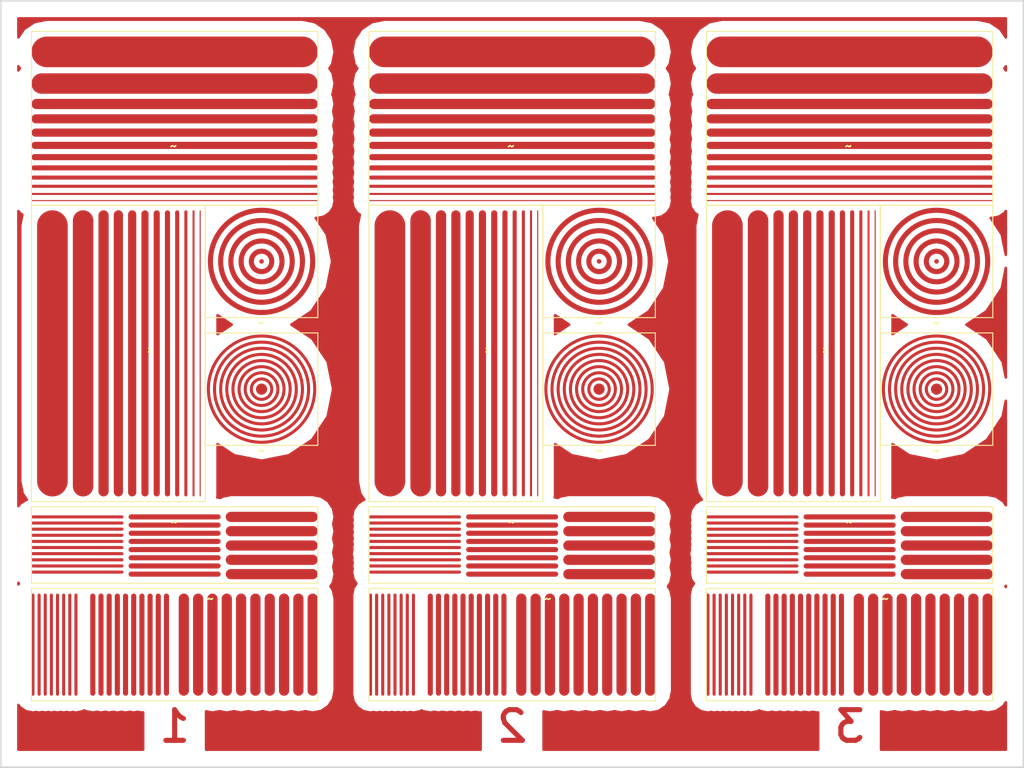
<source format=kicad_pcb>
(kicad_pcb (version 4) (host pcbnew 4.0.7)

  (general
    (links 0)
    (no_connects 0)
    (area 98.424999 67.424999 198.575001 142.575001)
    (thickness 1.6)
    (drawings 7)
    (tracks 0)
    (zones 0)
    (modules 18)
    (nets 1)
  )

  (page A4)
  (title_block
    (title "Measure PCB")
    (date 2017-12-02)
    (rev 2.1)
    (comment 1 "Measure the time for development and exposure")
  )

  (layers
    (0 F.Cu signal)
    (31 B.Cu signal)
    (32 B.Adhes user)
    (33 F.Adhes user)
    (34 B.Paste user)
    (35 F.Paste user)
    (36 B.SilkS user)
    (37 F.SilkS user)
    (38 B.Mask user)
    (39 F.Mask user)
    (40 Dwgs.User user)
    (41 Cmts.User user)
    (42 Eco1.User user)
    (43 Eco2.User user)
    (44 Edge.Cuts user)
    (45 Margin user)
    (46 B.CrtYd user)
    (47 F.CrtYd user)
    (48 B.Fab user)
    (49 F.Fab user)
  )

  (setup
    (last_trace_width 0.25)
    (trace_clearance 0.2)
    (zone_clearance 1.524)
    (zone_45_only no)
    (trace_min 0.2)
    (segment_width 0.1)
    (edge_width 0.15)
    (via_size 0.6)
    (via_drill 0.4)
    (via_min_size 0.4)
    (via_min_drill 0.3)
    (uvia_size 0.3)
    (uvia_drill 0.1)
    (uvias_allowed no)
    (uvia_min_size 0.2)
    (uvia_min_drill 0.1)
    (pcb_text_width 0.3)
    (pcb_text_size 1.5 1.5)
    (mod_edge_width 0.15)
    (mod_text_size 1 1)
    (mod_text_width 0.15)
    (pad_size 1.524 1.524)
    (pad_drill 0.762)
    (pad_to_mask_clearance 0.2)
    (aux_axis_origin 0 0)
    (grid_origin 98.5 67.5)
    (visible_elements 7FFFFFFF)
    (pcbplotparams
      (layerselection 0x00000_00000001)
      (usegerberextensions false)
      (excludeedgelayer true)
      (linewidth 0.020000)
      (plotframeref true)
      (viasonmask false)
      (mode 1)
      (useauxorigin false)
      (hpglpennumber 1)
      (hpglpenspeed 20)
      (hpglpendiameter 15)
      (hpglpenoverlay 2)
      (psnegative false)
      (psa4output false)
      (plotreference true)
      (plotvalue true)
      (plotinvisibletext false)
      (padsonsilk false)
      (subtractmaskfromsilk false)
      (outputformat 4)
      (mirror false)
      (drillshape 2)
      (scaleselection 1)
      (outputdirectory ../../))
  )

  (net 0 "")

  (net_class Default "This is the default net class."
    (clearance 0.2)
    (trace_width 0.25)
    (via_dia 0.6)
    (via_drill 0.4)
    (uvia_dia 0.3)
    (uvia_drill 0.1)
  )

  (module Tester:Fence_Vertical (layer F.Cu) (tedit 5A21E8F6) (tstamp 5A1B30F3)
    (at 181.5 125.5)
    (fp_text reference ~ (at 3.5 0.5) (layer F.SilkS)
      (effects (font (size 1 1) (thickness 0.15)))
    )
    (fp_text value ~ (at 0 -1.5) (layer F.Fab) hide
      (effects (font (size 1 1) (thickness 0.15)))
    )
    (fp_line (start 14 -0.5) (end -14 -0.5) (layer F.SilkS) (width 0.1))
    (fp_line (start 14 10.5) (end 14 -0.5) (layer F.SilkS) (width 0.1))
    (fp_line (start -14 10.5) (end 14 10.5) (layer F.SilkS) (width 0.1))
    (fp_line (start -14 -0.5) (end -14 10.5) (layer F.SilkS) (width 0.1))
    (fp_line (start -13.85 0.15) (end -13.85 9.85) (layer F.Cu) (width 0.3))
    (fp_line (start -13.25 0.15) (end -13.25 9.85) (layer F.Cu) (width 0.3))
    (fp_line (start -12.65 0.15) (end -12.65 9.85) (layer F.Cu) (width 0.3))
    (fp_line (start -12.05 0.15) (end -12.05 9.85) (layer F.Cu) (width 0.3))
    (fp_line (start -11.45 0.15) (end -11.45 9.85) (layer F.Cu) (width 0.3))
    (fp_line (start -10.85 0.15) (end -10.85 9.85) (layer F.Cu) (width 0.3))
    (fp_line (start -8 0.25) (end -8 9.75) (layer F.Cu) (width 0.5))
    (fp_line (start -7.2 0.25) (end -7.2 9.75) (layer F.Cu) (width 0.5))
    (fp_line (start -6.4 0.25) (end -6.4 9.75) (layer F.Cu) (width 0.5))
    (fp_line (start -5.6 0.25) (end -5.6 9.75) (layer F.Cu) (width 0.5))
    (fp_line (start -4.8 0.25) (end -4.8 9.75) (layer F.Cu) (width 0.5))
    (fp_line (start -10.25 0.15) (end -10.25 9.85) (layer F.Cu) (width 0.3))
    (fp_line (start -9.65 0.15) (end -9.65 9.85) (layer F.Cu) (width 0.3))
    (fp_line (start -4 0.25) (end -4 9.75) (layer F.Cu) (width 0.5))
    (fp_line (start -3.2 0.25) (end -3.2 9.75) (layer F.Cu) (width 0.5))
    (fp_line (start -2.4 0.25) (end -2.4 9.75) (layer F.Cu) (width 0.5))
    (fp_line (start 3.7 0.5) (end 3.7 9.5) (layer F.Cu) (width 1))
    (fp_line (start 2.3 0.5) (end 2.3 9.5) (layer F.Cu) (width 1))
    (fp_line (start 5.1 0.5) (end 5.1 9.5) (layer F.Cu) (width 1))
    (fp_line (start 6.5 0.5) (end 6.5 9.5) (layer F.Cu) (width 1))
    (fp_line (start 7.9 0.5) (end 7.9 9.5) (layer F.Cu) (width 1))
    (fp_line (start 9.3 0.5) (end 9.3 9.5) (layer F.Cu) (width 1))
    (fp_line (start 10.7 0.5) (end 10.7 9.5) (layer F.Cu) (width 1))
    (fp_line (start 12.1 0.5) (end 12.1 9.5) (layer F.Cu) (width 1))
    (fp_line (start -1.6 0.25) (end -1.6 9.75) (layer F.Cu) (width 0.5))
    (fp_line (start -0.8 0.25) (end -0.8 9.75) (layer F.Cu) (width 0.5))
    (fp_line (start 13.5 0.5) (end 13.5 9.5) (layer F.Cu) (width 1))
    (fp_line (start 0.9 0.5) (end 0.9 9.5) (layer F.Cu) (width 1))
  )

  (module Tester:Fence_Vertical (layer F.Cu) (tedit 5A21E8F6) (tstamp 5A1B30CE)
    (at 148.5 125.5)
    (fp_text reference ~ (at 3.5 0.5) (layer F.SilkS)
      (effects (font (size 1 1) (thickness 0.15)))
    )
    (fp_text value ~ (at 0 -1.5) (layer F.Fab) hide
      (effects (font (size 1 1) (thickness 0.15)))
    )
    (fp_line (start 14 -0.5) (end -14 -0.5) (layer F.SilkS) (width 0.1))
    (fp_line (start 14 10.5) (end 14 -0.5) (layer F.SilkS) (width 0.1))
    (fp_line (start -14 10.5) (end 14 10.5) (layer F.SilkS) (width 0.1))
    (fp_line (start -14 -0.5) (end -14 10.5) (layer F.SilkS) (width 0.1))
    (fp_line (start -13.85 0.15) (end -13.85 9.85) (layer F.Cu) (width 0.3))
    (fp_line (start -13.25 0.15) (end -13.25 9.85) (layer F.Cu) (width 0.3))
    (fp_line (start -12.65 0.15) (end -12.65 9.85) (layer F.Cu) (width 0.3))
    (fp_line (start -12.05 0.15) (end -12.05 9.85) (layer F.Cu) (width 0.3))
    (fp_line (start -11.45 0.15) (end -11.45 9.85) (layer F.Cu) (width 0.3))
    (fp_line (start -10.85 0.15) (end -10.85 9.85) (layer F.Cu) (width 0.3))
    (fp_line (start -8 0.25) (end -8 9.75) (layer F.Cu) (width 0.5))
    (fp_line (start -7.2 0.25) (end -7.2 9.75) (layer F.Cu) (width 0.5))
    (fp_line (start -6.4 0.25) (end -6.4 9.75) (layer F.Cu) (width 0.5))
    (fp_line (start -5.6 0.25) (end -5.6 9.75) (layer F.Cu) (width 0.5))
    (fp_line (start -4.8 0.25) (end -4.8 9.75) (layer F.Cu) (width 0.5))
    (fp_line (start -10.25 0.15) (end -10.25 9.85) (layer F.Cu) (width 0.3))
    (fp_line (start -9.65 0.15) (end -9.65 9.85) (layer F.Cu) (width 0.3))
    (fp_line (start -4 0.25) (end -4 9.75) (layer F.Cu) (width 0.5))
    (fp_line (start -3.2 0.25) (end -3.2 9.75) (layer F.Cu) (width 0.5))
    (fp_line (start -2.4 0.25) (end -2.4 9.75) (layer F.Cu) (width 0.5))
    (fp_line (start 3.7 0.5) (end 3.7 9.5) (layer F.Cu) (width 1))
    (fp_line (start 2.3 0.5) (end 2.3 9.5) (layer F.Cu) (width 1))
    (fp_line (start 5.1 0.5) (end 5.1 9.5) (layer F.Cu) (width 1))
    (fp_line (start 6.5 0.5) (end 6.5 9.5) (layer F.Cu) (width 1))
    (fp_line (start 7.9 0.5) (end 7.9 9.5) (layer F.Cu) (width 1))
    (fp_line (start 9.3 0.5) (end 9.3 9.5) (layer F.Cu) (width 1))
    (fp_line (start 10.7 0.5) (end 10.7 9.5) (layer F.Cu) (width 1))
    (fp_line (start 12.1 0.5) (end 12.1 9.5) (layer F.Cu) (width 1))
    (fp_line (start -1.6 0.25) (end -1.6 9.75) (layer F.Cu) (width 0.5))
    (fp_line (start -0.8 0.25) (end -0.8 9.75) (layer F.Cu) (width 0.5))
    (fp_line (start 13.5 0.5) (end 13.5 9.5) (layer F.Cu) (width 1))
    (fp_line (start 0.9 0.5) (end 0.9 9.5) (layer F.Cu) (width 1))
  )

  (module Tester:Circles2 (layer F.Cu) (tedit 5A21E953) (tstamp 5A1B303C)
    (at 190 105.5)
    (fp_text reference ~ (at 0 6) (layer F.SilkS)
      (effects (font (size 1 1) (thickness 0.15)))
    )
    (fp_text value ~ (at 0 -6.25) (layer F.Fab) hide
      (effects (font (size 1 1) (thickness 0.15)))
    )
    (fp_line (start 5.5 -5.5) (end -5.5 -5.5) (layer F.SilkS) (width 0.1))
    (fp_line (start 5.5 5.5) (end 5.5 -5.5) (layer F.SilkS) (width 0.1))
    (fp_line (start -5.5 5.5) (end 5.5 5.5) (layer F.SilkS) (width 0.1))
    (fp_line (start -5.5 -5.5) (end -5.5 5.5) (layer F.SilkS) (width 0.1))
    (fp_circle (center 0 0) (end -3.4 0) (layer F.Cu) (width 0.3))
    (fp_circle (center 0 0) (end -0.4 0) (layer F.Cu) (width 0.3))
    (fp_circle (center 0 0) (end -1.6 0) (layer F.Cu) (width 0.3))
    (fp_circle (center 0 0) (end -2.2 0) (layer F.Cu) (width 0.3))
    (fp_circle (center 0 0) (end -1 0) (layer F.Cu) (width 0.3))
    (fp_circle (center 0 0) (end -2.8 0) (layer F.Cu) (width 0.3))
    (fp_circle (center 0 0) (end -4 0) (layer F.Cu) (width 0.3))
    (fp_circle (center 0 0) (end -4.6 0) (layer F.Cu) (width 0.3))
    (fp_circle (center 0 0) (end -5.2 0) (layer F.Cu) (width 0.3))
  )

  (module Tester:Circles2 (layer F.Cu) (tedit 5A21E953) (tstamp 5A1B302C)
    (at 157 105.5)
    (fp_text reference ~ (at 0 6) (layer F.SilkS)
      (effects (font (size 1 1) (thickness 0.15)))
    )
    (fp_text value ~ (at 0 -6.25) (layer F.Fab) hide
      (effects (font (size 1 1) (thickness 0.15)))
    )
    (fp_line (start 5.5 -5.5) (end -5.5 -5.5) (layer F.SilkS) (width 0.1))
    (fp_line (start 5.5 5.5) (end 5.5 -5.5) (layer F.SilkS) (width 0.1))
    (fp_line (start -5.5 5.5) (end 5.5 5.5) (layer F.SilkS) (width 0.1))
    (fp_line (start -5.5 -5.5) (end -5.5 5.5) (layer F.SilkS) (width 0.1))
    (fp_circle (center 0 0) (end -3.4 0) (layer F.Cu) (width 0.3))
    (fp_circle (center 0 0) (end -0.4 0) (layer F.Cu) (width 0.3))
    (fp_circle (center 0 0) (end -1.6 0) (layer F.Cu) (width 0.3))
    (fp_circle (center 0 0) (end -2.2 0) (layer F.Cu) (width 0.3))
    (fp_circle (center 0 0) (end -1 0) (layer F.Cu) (width 0.3))
    (fp_circle (center 0 0) (end -2.8 0) (layer F.Cu) (width 0.3))
    (fp_circle (center 0 0) (end -4 0) (layer F.Cu) (width 0.3))
    (fp_circle (center 0 0) (end -4.6 0) (layer F.Cu) (width 0.3))
    (fp_circle (center 0 0) (end -5.2 0) (layer F.Cu) (width 0.3))
  )

  (module Tester:Circles1 (layer F.Cu) (tedit 5A21E95F) (tstamp 5A1B301F)
    (at 190 93)
    (fp_text reference ~ (at 0 6) (layer F.SilkS)
      (effects (font (size 1 1) (thickness 0.15)))
    )
    (fp_text value ~ (at 0 -6.25) (layer F.Fab) hide
      (effects (font (size 1 1) (thickness 0.15)))
    )
    (fp_line (start 5.5 -5.5) (end 5.5 5.5) (layer F.SilkS) (width 0.1))
    (fp_circle (center 0 0) (end -1 0) (layer F.Cu) (width 0.5))
    (fp_circle (center 0 0) (end -2 0) (layer F.Cu) (width 0.5))
    (fp_circle (center 0 0) (end -4 0) (layer F.Cu) (width 0.5))
    (fp_circle (center 0 0) (end -3 0) (layer F.Cu) (width 0.5))
    (fp_circle (center 0 0) (end -5 0) (layer F.Cu) (width 0.5))
    (fp_line (start -5.5 -5.5) (end -5.5 5.5) (layer F.SilkS) (width 0.1))
    (fp_line (start -5.5 5.5) (end 5.5 5.5) (layer F.SilkS) (width 0.1))
    (fp_line (start -5.5 -5.5) (end 5.5 -5.5) (layer F.SilkS) (width 0.1))
  )

  (module Tester:Bars_Vertical (layer F.Cu) (tedit 5A21E96A) (tstamp 5A1B300B)
    (at 169.5 89.5)
    (fp_text reference ~ (at 9.479947 12.236039 90) (layer F.SilkS)
      (effects (font (size 1 1) (thickness 0.15)))
    )
    (fp_text value ~ (at 6.75 -3.5) (layer F.Fab) hide
      (effects (font (size 1 1) (thickness 0.15)))
    )
    (fp_line (start -2 -2) (end -2 27) (layer F.SilkS) (width 0.1))
    (fp_line (start 0.05 25) (end 0.05 0) (layer F.Cu) (width 3))
    (fp_line (start 3.05 25.5) (end 3.05 -0.5) (layer F.Cu) (width 2))
    (fp_line (start 5.05 26) (end 5.05 -1) (layer F.Cu) (width 1))
    (fp_line (start 6.5 26.05) (end 6.5 -1.05) (layer F.Cu) (width 0.9))
    (fp_line (start 7.85 26.1) (end 7.85 -1.1) (layer F.Cu) (width 0.8))
    (fp_line (start 9.1 26.15) (end 9.1 -1.15) (layer F.Cu) (width 0.7))
    (fp_line (start 10.25 26.2) (end 10.25 -1.2) (layer F.Cu) (width 0.6))
    (fp_line (start 11.3 26.25) (end 11.3 -1.25) (layer F.Cu) (width 0.5))
    (fp_line (start 12.25 26.3) (end 12.25 -1.3) (layer F.Cu) (width 0.4))
    (fp_line (start 13.85 26.4) (end 13.85 -1.4) (layer F.Cu) (width 0.2))
    (fp_line (start 13.1 26.35) (end 13.1 -1.35) (layer F.Cu) (width 0.3))
    (fp_line (start 14.5 26.45) (end 14.5 -1.45) (layer F.Cu) (width 0.1))
    (fp_line (start 15 27) (end -2 27) (layer F.SilkS) (width 0.1))
    (fp_line (start 15 -2) (end 15 27) (layer F.SilkS) (width 0.1))
    (fp_line (start 15 -2) (end -2 -2) (layer F.SilkS) (width 0.1))
  )

  (module Tester:Circles1 (layer F.Cu) (tedit 5A21E95F) (tstamp 5A1B2FFE)
    (at 157 93)
    (fp_text reference ~ (at 0 6) (layer F.SilkS)
      (effects (font (size 1 1) (thickness 0.15)))
    )
    (fp_text value ~ (at 0 -6.25) (layer F.Fab) hide
      (effects (font (size 1 1) (thickness 0.15)))
    )
    (fp_line (start 5.5 -5.5) (end 5.5 5.5) (layer F.SilkS) (width 0.1))
    (fp_circle (center 0 0) (end -1 0) (layer F.Cu) (width 0.5))
    (fp_circle (center 0 0) (end -2 0) (layer F.Cu) (width 0.5))
    (fp_circle (center 0 0) (end -4 0) (layer F.Cu) (width 0.5))
    (fp_circle (center 0 0) (end -3 0) (layer F.Cu) (width 0.5))
    (fp_circle (center 0 0) (end -5 0) (layer F.Cu) (width 0.5))
    (fp_line (start -5.5 -5.5) (end -5.5 5.5) (layer F.SilkS) (width 0.1))
    (fp_line (start -5.5 5.5) (end 5.5 5.5) (layer F.SilkS) (width 0.1))
    (fp_line (start -5.5 -5.5) (end 5.5 -5.5) (layer F.SilkS) (width 0.1))
  )

  (module Tester:Bars_Vertical (layer F.Cu) (tedit 5A21E96A) (tstamp 5A1B2FEA)
    (at 136.5 89.5)
    (fp_text reference ~ (at 9.479947 12.236039 90) (layer F.SilkS)
      (effects (font (size 1 1) (thickness 0.15)))
    )
    (fp_text value ~ (at 6.75 -3.5) (layer F.Fab) hide
      (effects (font (size 1 1) (thickness 0.15)))
    )
    (fp_line (start -2 -2) (end -2 27) (layer F.SilkS) (width 0.1))
    (fp_line (start 0.05 25) (end 0.05 0) (layer F.Cu) (width 3))
    (fp_line (start 3.05 25.5) (end 3.05 -0.5) (layer F.Cu) (width 2))
    (fp_line (start 5.05 26) (end 5.05 -1) (layer F.Cu) (width 1))
    (fp_line (start 6.5 26.05) (end 6.5 -1.05) (layer F.Cu) (width 0.9))
    (fp_line (start 7.85 26.1) (end 7.85 -1.1) (layer F.Cu) (width 0.8))
    (fp_line (start 9.1 26.15) (end 9.1 -1.15) (layer F.Cu) (width 0.7))
    (fp_line (start 10.25 26.2) (end 10.25 -1.2) (layer F.Cu) (width 0.6))
    (fp_line (start 11.3 26.25) (end 11.3 -1.25) (layer F.Cu) (width 0.5))
    (fp_line (start 12.25 26.3) (end 12.25 -1.3) (layer F.Cu) (width 0.4))
    (fp_line (start 13.85 26.4) (end 13.85 -1.4) (layer F.Cu) (width 0.2))
    (fp_line (start 13.1 26.35) (end 13.1 -1.35) (layer F.Cu) (width 0.3))
    (fp_line (start 14.5 26.45) (end 14.5 -1.45) (layer F.Cu) (width 0.1))
    (fp_line (start 15 27) (end -2 27) (layer F.SilkS) (width 0.1))
    (fp_line (start 15 -2) (end 15 27) (layer F.SilkS) (width 0.1))
    (fp_line (start 15 -2) (end -2 -2) (layer F.SilkS) (width 0.1))
  )

  (module Tester:Bars_Horizontal (layer F.Cu) (tedit 5A21E973) (tstamp 5A1B2E84)
    (at 181.5 72.5)
    (fp_text reference ~ (at -0.1 9.2) (layer F.SilkS)
      (effects (font (size 1 1) (thickness 0.15)))
    )
    (fp_text value ~ (at -0.05 -3.5) (layer F.Fab) hide
      (effects (font (size 1 1) (thickness 0.15)))
    )
    (fp_line (start -14 15) (end 14 15) (layer F.SilkS) (width 0.1))
    (fp_line (start -14 -2) (end 14 -2) (layer F.SilkS) (width 0.1))
    (fp_line (start 14 -2) (end 14 15) (layer F.SilkS) (width 0.1))
    (fp_line (start -12.5 0) (end 12.5 0) (layer F.Cu) (width 3))
    (fp_line (start -13 3.1) (end 13 3.1) (layer F.Cu) (width 2))
    (fp_line (start -13.5 5.1) (end 13.5 5.1) (layer F.Cu) (width 1))
    (fp_line (start -13.55 6.55) (end 13.55 6.55) (layer F.Cu) (width 0.9))
    (fp_line (start -13.6 7.9) (end 13.6 7.9) (layer F.Cu) (width 0.8))
    (fp_line (start -13.65 9.15) (end 13.65 9.15) (layer F.Cu) (width 0.7))
    (fp_line (start -13.7 10.3) (end 13.7 10.3) (layer F.Cu) (width 0.6))
    (fp_line (start -13.75 11.35) (end 13.75 11.35) (layer F.Cu) (width 0.5))
    (fp_line (start -13.8 12.3) (end 13.8 12.3) (layer F.Cu) (width 0.4))
    (fp_line (start -13.9 13.9) (end 13.9 13.9) (layer F.Cu) (width 0.2))
    (fp_line (start -13.85 13.15) (end 13.85 13.15) (layer F.Cu) (width 0.3))
    (fp_line (start -13.95 14.55) (end 13.95 14.55) (layer F.Cu) (width 0.1))
    (fp_line (start -14 -2) (end -14 15) (layer F.SilkS) (width 0.1))
  )

  (module Tester:Bars_Horizontal (layer F.Cu) (tedit 5A21E973) (tstamp 5A1B2E71)
    (at 148.5 72.5)
    (fp_text reference ~ (at -0.1 9.2) (layer F.SilkS)
      (effects (font (size 1 1) (thickness 0.15)))
    )
    (fp_text value ~ (at -0.05 -3.5) (layer F.Fab) hide
      (effects (font (size 1 1) (thickness 0.15)))
    )
    (fp_line (start -14 15) (end 14 15) (layer F.SilkS) (width 0.1))
    (fp_line (start -14 -2) (end 14 -2) (layer F.SilkS) (width 0.1))
    (fp_line (start 14 -2) (end 14 15) (layer F.SilkS) (width 0.1))
    (fp_line (start -12.5 0) (end 12.5 0) (layer F.Cu) (width 3))
    (fp_line (start -13 3.1) (end 13 3.1) (layer F.Cu) (width 2))
    (fp_line (start -13.5 5.1) (end 13.5 5.1) (layer F.Cu) (width 1))
    (fp_line (start -13.55 6.55) (end 13.55 6.55) (layer F.Cu) (width 0.9))
    (fp_line (start -13.6 7.9) (end 13.6 7.9) (layer F.Cu) (width 0.8))
    (fp_line (start -13.65 9.15) (end 13.65 9.15) (layer F.Cu) (width 0.7))
    (fp_line (start -13.7 10.3) (end 13.7 10.3) (layer F.Cu) (width 0.6))
    (fp_line (start -13.75 11.35) (end 13.75 11.35) (layer F.Cu) (width 0.5))
    (fp_line (start -13.8 12.3) (end 13.8 12.3) (layer F.Cu) (width 0.4))
    (fp_line (start -13.9 13.9) (end 13.9 13.9) (layer F.Cu) (width 0.2))
    (fp_line (start -13.85 13.15) (end 13.85 13.15) (layer F.Cu) (width 0.3))
    (fp_line (start -13.95 14.55) (end 13.95 14.55) (layer F.Cu) (width 0.1))
    (fp_line (start -14 -2) (end -14 15) (layer F.SilkS) (width 0.1))
  )

  (module Tester:Bars_Horizontal (layer F.Cu) (tedit 5A21E973) (tstamp 5A22B56E)
    (at 115.5 72.5)
    (fp_text reference ~ (at -0.1 9.2) (layer F.SilkS)
      (effects (font (size 1 1) (thickness 0.15)))
    )
    (fp_text value ~ (at -0.05 -3.5) (layer F.Fab) hide
      (effects (font (size 1 1) (thickness 0.15)))
    )
    (fp_line (start -14 15) (end 14 15) (layer F.SilkS) (width 0.1))
    (fp_line (start -14 -2) (end 14 -2) (layer F.SilkS) (width 0.1))
    (fp_line (start 14 -2) (end 14 15) (layer F.SilkS) (width 0.1))
    (fp_line (start -12.5 0) (end 12.5 0) (layer F.Cu) (width 3))
    (fp_line (start -13 3.1) (end 13 3.1) (layer F.Cu) (width 2))
    (fp_line (start -13.5 5.1) (end 13.5 5.1) (layer F.Cu) (width 1))
    (fp_line (start -13.55 6.55) (end 13.55 6.55) (layer F.Cu) (width 0.9))
    (fp_line (start -13.6 7.9) (end 13.6 7.9) (layer F.Cu) (width 0.8))
    (fp_line (start -13.65 9.15) (end 13.65 9.15) (layer F.Cu) (width 0.7))
    (fp_line (start -13.7 10.3) (end 13.7 10.3) (layer F.Cu) (width 0.6))
    (fp_line (start -13.75 11.35) (end 13.75 11.35) (layer F.Cu) (width 0.5))
    (fp_line (start -13.8 12.3) (end 13.8 12.3) (layer F.Cu) (width 0.4))
    (fp_line (start -13.9 13.9) (end 13.9 13.9) (layer F.Cu) (width 0.2))
    (fp_line (start -13.85 13.15) (end 13.85 13.15) (layer F.Cu) (width 0.3))
    (fp_line (start -13.95 14.55) (end 13.95 14.55) (layer F.Cu) (width 0.1))
    (fp_line (start -14 -2) (end -14 15) (layer F.SilkS) (width 0.1))
  )

  (module Tester:Bars_Vertical (layer F.Cu) (tedit 5A21E96A) (tstamp 5A22B85F)
    (at 103.5 89.5)
    (fp_text reference ~ (at 9.479947 12.236039 90) (layer F.SilkS)
      (effects (font (size 1 1) (thickness 0.15)))
    )
    (fp_text value ~ (at 6.75 -3.5) (layer F.Fab) hide
      (effects (font (size 1 1) (thickness 0.15)))
    )
    (fp_line (start -2 -2) (end -2 27) (layer F.SilkS) (width 0.1))
    (fp_line (start 0.05 25) (end 0.05 0) (layer F.Cu) (width 3))
    (fp_line (start 3.05 25.5) (end 3.05 -0.5) (layer F.Cu) (width 2))
    (fp_line (start 5.05 26) (end 5.05 -1) (layer F.Cu) (width 1))
    (fp_line (start 6.5 26.05) (end 6.5 -1.05) (layer F.Cu) (width 0.9))
    (fp_line (start 7.85 26.1) (end 7.85 -1.1) (layer F.Cu) (width 0.8))
    (fp_line (start 9.1 26.15) (end 9.1 -1.15) (layer F.Cu) (width 0.7))
    (fp_line (start 10.25 26.2) (end 10.25 -1.2) (layer F.Cu) (width 0.6))
    (fp_line (start 11.3 26.25) (end 11.3 -1.25) (layer F.Cu) (width 0.5))
    (fp_line (start 12.25 26.3) (end 12.25 -1.3) (layer F.Cu) (width 0.4))
    (fp_line (start 13.85 26.4) (end 13.85 -1.4) (layer F.Cu) (width 0.2))
    (fp_line (start 13.1 26.35) (end 13.1 -1.35) (layer F.Cu) (width 0.3))
    (fp_line (start 14.5 26.45) (end 14.5 -1.45) (layer F.Cu) (width 0.1))
    (fp_line (start 15 27) (end -2 27) (layer F.SilkS) (width 0.1))
    (fp_line (start 15 -2) (end 15 27) (layer F.SilkS) (width 0.1))
    (fp_line (start 15 -2) (end -2 -2) (layer F.SilkS) (width 0.1))
  )

  (module Tester:Circles1 (layer F.Cu) (tedit 5A21E95F) (tstamp 5A33C991)
    (at 124 93)
    (fp_text reference ~ (at 0 6) (layer F.SilkS)
      (effects (font (size 1 1) (thickness 0.15)))
    )
    (fp_text value ~ (at 0 -6.25) (layer F.Fab) hide
      (effects (font (size 1 1) (thickness 0.15)))
    )
    (fp_line (start 5.5 -5.5) (end 5.5 5.5) (layer F.SilkS) (width 0.1))
    (fp_circle (center 0 0) (end -1 0) (layer F.Cu) (width 0.5))
    (fp_circle (center 0 0) (end -2 0) (layer F.Cu) (width 0.5))
    (fp_circle (center 0 0) (end -4 0) (layer F.Cu) (width 0.5))
    (fp_circle (center 0 0) (end -3 0) (layer F.Cu) (width 0.5))
    (fp_circle (center 0 0) (end -5 0) (layer F.Cu) (width 0.5))
    (fp_line (start -5.5 -5.5) (end -5.5 5.5) (layer F.SilkS) (width 0.1))
    (fp_line (start -5.5 5.5) (end 5.5 5.5) (layer F.SilkS) (width 0.1))
    (fp_line (start -5.5 -5.5) (end 5.5 -5.5) (layer F.SilkS) (width 0.1))
  )

  (module Tester:Circles2 (layer F.Cu) (tedit 5A21E953) (tstamp 5A3C540D)
    (at 124 105.5)
    (fp_text reference ~ (at 0 6) (layer F.SilkS)
      (effects (font (size 1 1) (thickness 0.15)))
    )
    (fp_text value ~ (at 0 -6.25) (layer F.Fab) hide
      (effects (font (size 1 1) (thickness 0.15)))
    )
    (fp_line (start 5.5 -5.5) (end -5.5 -5.5) (layer F.SilkS) (width 0.1))
    (fp_line (start 5.5 5.5) (end 5.5 -5.5) (layer F.SilkS) (width 0.1))
    (fp_line (start -5.5 5.5) (end 5.5 5.5) (layer F.SilkS) (width 0.1))
    (fp_line (start -5.5 -5.5) (end -5.5 5.5) (layer F.SilkS) (width 0.1))
    (fp_circle (center 0 0) (end -3.4 0) (layer F.Cu) (width 0.3))
    (fp_circle (center 0 0) (end -0.4 0) (layer F.Cu) (width 0.3))
    (fp_circle (center 0 0) (end -1.6 0) (layer F.Cu) (width 0.3))
    (fp_circle (center 0 0) (end -2.2 0) (layer F.Cu) (width 0.3))
    (fp_circle (center 0 0) (end -1 0) (layer F.Cu) (width 0.3))
    (fp_circle (center 0 0) (end -2.8 0) (layer F.Cu) (width 0.3))
    (fp_circle (center 0 0) (end -4 0) (layer F.Cu) (width 0.3))
    (fp_circle (center 0 0) (end -4.6 0) (layer F.Cu) (width 0.3))
    (fp_circle (center 0 0) (end -5.2 0) (layer F.Cu) (width 0.3))
  )

  (module Tester:Fence_Vertical (layer F.Cu) (tedit 5A21E8F6) (tstamp 5A3D5E53)
    (at 115.5 125.5)
    (fp_text reference ~ (at 3.5 0.5) (layer F.SilkS)
      (effects (font (size 1 1) (thickness 0.15)))
    )
    (fp_text value ~ (at 0 -1.5) (layer F.Fab) hide
      (effects (font (size 1 1) (thickness 0.15)))
    )
    (fp_line (start 14 -0.5) (end -14 -0.5) (layer F.SilkS) (width 0.1))
    (fp_line (start 14 10.5) (end 14 -0.5) (layer F.SilkS) (width 0.1))
    (fp_line (start -14 10.5) (end 14 10.5) (layer F.SilkS) (width 0.1))
    (fp_line (start -14 -0.5) (end -14 10.5) (layer F.SilkS) (width 0.1))
    (fp_line (start -13.85 0.15) (end -13.85 9.85) (layer F.Cu) (width 0.3))
    (fp_line (start -13.25 0.15) (end -13.25 9.85) (layer F.Cu) (width 0.3))
    (fp_line (start -12.65 0.15) (end -12.65 9.85) (layer F.Cu) (width 0.3))
    (fp_line (start -12.05 0.15) (end -12.05 9.85) (layer F.Cu) (width 0.3))
    (fp_line (start -11.45 0.15) (end -11.45 9.85) (layer F.Cu) (width 0.3))
    (fp_line (start -10.85 0.15) (end -10.85 9.85) (layer F.Cu) (width 0.3))
    (fp_line (start -8 0.25) (end -8 9.75) (layer F.Cu) (width 0.5))
    (fp_line (start -7.2 0.25) (end -7.2 9.75) (layer F.Cu) (width 0.5))
    (fp_line (start -6.4 0.25) (end -6.4 9.75) (layer F.Cu) (width 0.5))
    (fp_line (start -5.6 0.25) (end -5.6 9.75) (layer F.Cu) (width 0.5))
    (fp_line (start -4.8 0.25) (end -4.8 9.75) (layer F.Cu) (width 0.5))
    (fp_line (start -10.25 0.15) (end -10.25 9.85) (layer F.Cu) (width 0.3))
    (fp_line (start -9.65 0.15) (end -9.65 9.85) (layer F.Cu) (width 0.3))
    (fp_line (start -4 0.25) (end -4 9.75) (layer F.Cu) (width 0.5))
    (fp_line (start -3.2 0.25) (end -3.2 9.75) (layer F.Cu) (width 0.5))
    (fp_line (start -2.4 0.25) (end -2.4 9.75) (layer F.Cu) (width 0.5))
    (fp_line (start 3.7 0.5) (end 3.7 9.5) (layer F.Cu) (width 1))
    (fp_line (start 2.3 0.5) (end 2.3 9.5) (layer F.Cu) (width 1))
    (fp_line (start 5.1 0.5) (end 5.1 9.5) (layer F.Cu) (width 1))
    (fp_line (start 6.5 0.5) (end 6.5 9.5) (layer F.Cu) (width 1))
    (fp_line (start 7.9 0.5) (end 7.9 9.5) (layer F.Cu) (width 1))
    (fp_line (start 9.3 0.5) (end 9.3 9.5) (layer F.Cu) (width 1))
    (fp_line (start 10.7 0.5) (end 10.7 9.5) (layer F.Cu) (width 1))
    (fp_line (start 12.1 0.5) (end 12.1 9.5) (layer F.Cu) (width 1))
    (fp_line (start -1.6 0.25) (end -1.6 9.75) (layer F.Cu) (width 0.5))
    (fp_line (start -0.8 0.25) (end -0.8 9.75) (layer F.Cu) (width 0.5))
    (fp_line (start 13.5 0.5) (end 13.5 9.5) (layer F.Cu) (width 1))
    (fp_line (start 0.9 0.5) (end 0.9 9.5) (layer F.Cu) (width 1))
  )

  (module Tester:Fence_Horizontal (layer F.Cu) (tedit 5A21E903) (tstamp 5A1B30AD)
    (at 181.5 118)
    (fp_text reference ~ (at 0 0.5) (layer F.SilkS)
      (effects (font (size 1 1) (thickness 0.15)))
    )
    (fp_text value ~ (at 0 -2) (layer F.Fab) hide
      (effects (font (size 1 1) (thickness 0.15)))
    )
    (fp_line (start 14 -1) (end -14 -1) (layer F.SilkS) (width 0.1))
    (fp_line (start 14 6.5) (end 14 -1) (layer F.SilkS) (width 0.1))
    (fp_line (start -14 6.5) (end 14 6.5) (layer F.SilkS) (width 0.1))
    (fp_line (start -14 -1) (end -14 6.5) (layer F.SilkS) (width 0.1))
    (fp_line (start -13.85 1.2) (end -5.15 1.2) (layer F.Cu) (width 0.3))
    (fp_line (start -13.85 0) (end -5.15 0) (layer F.Cu) (width 0.3))
    (fp_line (start -13.85 0.6) (end -5.15 0.6) (layer F.Cu) (width 0.3))
    (fp_line (start -13.85 1.8) (end -5.15 1.8) (layer F.Cu) (width 0.3))
    (fp_line (start -13.85 2.4) (end -5.15 2.4) (layer F.Cu) (width 0.3))
    (fp_line (start -13.9 3.6) (end -5.15 3.6) (layer F.Cu) (width 0.3))
    (fp_line (start -13.85 3) (end -5.15 3) (layer F.Cu) (width 0.3))
    (fp_line (start -13.85 4.2) (end -5.15 4.2) (layer F.Cu) (width 0.3))
    (fp_line (start -13.85 4.8) (end -5.15 4.8) (layer F.Cu) (width 0.3))
    (fp_line (start 5.5 0) (end 13.5 0) (layer F.Cu) (width 1))
    (fp_line (start -4.25 0) (end 4.25 0) (layer F.Cu) (width 0.5))
    (fp_line (start -4.25 0.8) (end 4.25 0.8) (layer F.Cu) (width 0.5))
    (fp_line (start -4.25 1.6) (end 4.25 1.6) (layer F.Cu) (width 0.5))
    (fp_line (start -4.25 2.4) (end 4.25 2.4) (layer F.Cu) (width 0.5))
    (fp_line (start -4.25 3.2) (end 4.25 3.2) (layer F.Cu) (width 0.5))
    (fp_line (start -4.25 4) (end 4.25 4) (layer F.Cu) (width 0.5))
    (fp_line (start -4.25 4.8) (end 4.25 4.8) (layer F.Cu) (width 0.5))
    (fp_line (start 5.5 1.4) (end 13.5 1.4) (layer F.Cu) (width 1))
    (fp_line (start 5.5 2.8) (end 13.5 2.8) (layer F.Cu) (width 1))
    (fp_line (start 5.5 4.2) (end 13.5 4.2) (layer F.Cu) (width 1))
    (fp_line (start 5.5 5.6) (end 13.5 5.6) (layer F.Cu) (width 1))
    (fp_line (start -4.25 5.6) (end 4.25 5.6) (layer F.Cu) (width 0.5))
    (fp_line (start -13.85 5.4) (end -5.15 5.4) (layer F.Cu) (width 0.3))
  )

  (module Tester:Fence_Horizontal (layer F.Cu) (tedit 5A21E903) (tstamp 5A1B306D)
    (at 148.5 118)
    (fp_text reference ~ (at 0 0.5) (layer F.SilkS)
      (effects (font (size 1 1) (thickness 0.15)))
    )
    (fp_text value ~ (at 0 -2) (layer F.Fab) hide
      (effects (font (size 1 1) (thickness 0.15)))
    )
    (fp_line (start 14 -1) (end -14 -1) (layer F.SilkS) (width 0.1))
    (fp_line (start 14 6.5) (end 14 -1) (layer F.SilkS) (width 0.1))
    (fp_line (start -14 6.5) (end 14 6.5) (layer F.SilkS) (width 0.1))
    (fp_line (start -14 -1) (end -14 6.5) (layer F.SilkS) (width 0.1))
    (fp_line (start -13.85 1.2) (end -5.15 1.2) (layer F.Cu) (width 0.3))
    (fp_line (start -13.85 0) (end -5.15 0) (layer F.Cu) (width 0.3))
    (fp_line (start -13.85 0.6) (end -5.15 0.6) (layer F.Cu) (width 0.3))
    (fp_line (start -13.85 1.8) (end -5.15 1.8) (layer F.Cu) (width 0.3))
    (fp_line (start -13.85 2.4) (end -5.15 2.4) (layer F.Cu) (width 0.3))
    (fp_line (start -13.9 3.6) (end -5.15 3.6) (layer F.Cu) (width 0.3))
    (fp_line (start -13.85 3) (end -5.15 3) (layer F.Cu) (width 0.3))
    (fp_line (start -13.85 4.2) (end -5.15 4.2) (layer F.Cu) (width 0.3))
    (fp_line (start -13.85 4.8) (end -5.15 4.8) (layer F.Cu) (width 0.3))
    (fp_line (start 5.5 0) (end 13.5 0) (layer F.Cu) (width 1))
    (fp_line (start -4.25 0) (end 4.25 0) (layer F.Cu) (width 0.5))
    (fp_line (start -4.25 0.8) (end 4.25 0.8) (layer F.Cu) (width 0.5))
    (fp_line (start -4.25 1.6) (end 4.25 1.6) (layer F.Cu) (width 0.5))
    (fp_line (start -4.25 2.4) (end 4.25 2.4) (layer F.Cu) (width 0.5))
    (fp_line (start -4.25 3.2) (end 4.25 3.2) (layer F.Cu) (width 0.5))
    (fp_line (start -4.25 4) (end 4.25 4) (layer F.Cu) (width 0.5))
    (fp_line (start -4.25 4.8) (end 4.25 4.8) (layer F.Cu) (width 0.5))
    (fp_line (start 5.5 1.4) (end 13.5 1.4) (layer F.Cu) (width 1))
    (fp_line (start 5.5 2.8) (end 13.5 2.8) (layer F.Cu) (width 1))
    (fp_line (start 5.5 4.2) (end 13.5 4.2) (layer F.Cu) (width 1))
    (fp_line (start 5.5 5.6) (end 13.5 5.6) (layer F.Cu) (width 1))
    (fp_line (start -4.25 5.6) (end 4.25 5.6) (layer F.Cu) (width 0.5))
    (fp_line (start -13.85 5.4) (end -5.15 5.4) (layer F.Cu) (width 0.3))
  )

  (module Tester:Fence_Horizontal (layer F.Cu) (tedit 5A21E903) (tstamp 5A3D731C)
    (at 115.5 118)
    (fp_text reference ~ (at 0 0.5) (layer F.SilkS)
      (effects (font (size 1 1) (thickness 0.15)))
    )
    (fp_text value ~ (at 0 -2) (layer F.Fab) hide
      (effects (font (size 1 1) (thickness 0.15)))
    )
    (fp_line (start 14 -1) (end -14 -1) (layer F.SilkS) (width 0.1))
    (fp_line (start 14 6.5) (end 14 -1) (layer F.SilkS) (width 0.1))
    (fp_line (start -14 6.5) (end 14 6.5) (layer F.SilkS) (width 0.1))
    (fp_line (start -14 -1) (end -14 6.5) (layer F.SilkS) (width 0.1))
    (fp_line (start -13.85 1.2) (end -5.15 1.2) (layer F.Cu) (width 0.3))
    (fp_line (start -13.85 0) (end -5.15 0) (layer F.Cu) (width 0.3))
    (fp_line (start -13.85 0.6) (end -5.15 0.6) (layer F.Cu) (width 0.3))
    (fp_line (start -13.85 1.8) (end -5.15 1.8) (layer F.Cu) (width 0.3))
    (fp_line (start -13.85 2.4) (end -5.15 2.4) (layer F.Cu) (width 0.3))
    (fp_line (start -13.9 3.6) (end -5.15 3.6) (layer F.Cu) (width 0.3))
    (fp_line (start -13.85 3) (end -5.15 3) (layer F.Cu) (width 0.3))
    (fp_line (start -13.85 4.2) (end -5.15 4.2) (layer F.Cu) (width 0.3))
    (fp_line (start -13.85 4.8) (end -5.15 4.8) (layer F.Cu) (width 0.3))
    (fp_line (start 5.5 0) (end 13.5 0) (layer F.Cu) (width 1))
    (fp_line (start -4.25 0) (end 4.25 0) (layer F.Cu) (width 0.5))
    (fp_line (start -4.25 0.8) (end 4.25 0.8) (layer F.Cu) (width 0.5))
    (fp_line (start -4.25 1.6) (end 4.25 1.6) (layer F.Cu) (width 0.5))
    (fp_line (start -4.25 2.4) (end 4.25 2.4) (layer F.Cu) (width 0.5))
    (fp_line (start -4.25 3.2) (end 4.25 3.2) (layer F.Cu) (width 0.5))
    (fp_line (start -4.25 4) (end 4.25 4) (layer F.Cu) (width 0.5))
    (fp_line (start -4.25 4.8) (end 4.25 4.8) (layer F.Cu) (width 0.5))
    (fp_line (start 5.5 1.4) (end 13.5 1.4) (layer F.Cu) (width 1))
    (fp_line (start 5.5 2.8) (end 13.5 2.8) (layer F.Cu) (width 1))
    (fp_line (start 5.5 4.2) (end 13.5 4.2) (layer F.Cu) (width 1))
    (fp_line (start 5.5 5.6) (end 13.5 5.6) (layer F.Cu) (width 1))
    (fp_line (start -4.25 5.6) (end 4.25 5.6) (layer F.Cu) (width 0.5))
    (fp_line (start -13.85 5.4) (end -5.15 5.4) (layer F.Cu) (width 0.3))
  )

  (gr_line (start 98.5 142.5) (end 98.5 67.5) (layer Edge.Cuts) (width 0.15))
  (gr_line (start 198.5 142.5) (end 98.5 142.5) (layer Edge.Cuts) (width 0.15))
  (gr_line (start 198.5 67.5) (end 198.5 142.5) (layer Edge.Cuts) (width 0.15))
  (gr_line (start 98.5 67.5) (end 198.5 67.5) (layer Edge.Cuts) (width 0.15))
  (gr_text 3 (at 181.5 138.5) (layer F.Cu) (tstamp 5A1A2012)
    (effects (font (size 3 3) (thickness 0.5)) (justify mirror))
  )
  (gr_text 2 (at 148.5 138.5) (layer F.Cu) (tstamp 5A1A1FE4)
    (effects (font (size 3 3) (thickness 0.5)) (justify mirror))
  )
  (gr_text 1 (at 115.5 138.5) (layer F.Cu)
    (effects (font (size 3 3) (thickness 0.5)) (justify mirror))
  )

  (zone (net 0) (net_name "") (layer F.Cu) (tstamp 0) (hatch edge 0.508)
    (connect_pads (clearance 1.524))
    (min_thickness 0.254)
    (fill yes (arc_segments 16) (thermal_gap 1.524) (thermal_bridge_width 1.524))
    (polygon
      (pts
        (xy 99.5 68.5) (xy 99.5 141.5) (xy 197.5 141.5) (xy 197.5 68.5)
      )
    )
    (filled_polygon
      (pts
        (xy 196.774 140.774) (xy 184.579572 140.774) (xy 184.579572 137.027589) (xy 185.2 137.151) (xy 185.9 137.011761)
        (xy 186.6 137.151) (xy 187.3 137.011761) (xy 188 137.151) (xy 188.7 137.011761) (xy 189.4 137.151)
        (xy 190.1 137.011761) (xy 190.8 137.151) (xy 191.5 137.011761) (xy 192.2 137.151) (xy 192.9 137.011761)
        (xy 193.6 137.151) (xy 194.3 137.011761) (xy 195 137.151) (xy 195.823152 136.987265) (xy 196.520987 136.520987)
        (xy 196.774 136.142326)
      )
    )
    (filled_polygon
      (pts
        (xy 100.376501 136.623499) (xy 100.960787 137.013907) (xy 101.65 137.151) (xy 101.95 137.091326) (xy 102.25 137.151)
        (xy 102.55 137.091326) (xy 102.85 137.151) (xy 103.15 137.091326) (xy 103.45 137.151) (xy 103.75 137.091326)
        (xy 104.05 137.151) (xy 104.35 137.091326) (xy 104.65 137.151) (xy 104.95 137.091326) (xy 105.25 137.151)
        (xy 105.55 137.091326) (xy 105.85 137.151) (xy 106.539213 137.013907) (xy 106.661562 136.932156) (xy 106.772519 137.006295)
        (xy 107.5 137.151) (xy 107.9 137.071435) (xy 108.3 137.151) (xy 108.7 137.071435) (xy 109.1 137.151)
        (xy 109.5 137.071435) (xy 109.9 137.151) (xy 110.3 137.071435) (xy 110.7 137.151) (xy 111.1 137.071435)
        (xy 111.5 137.151) (xy 111.9 137.071435) (xy 112.3 137.151) (xy 112.420429 137.127045) (xy 112.420429 140.774)
        (xy 100.226 140.774) (xy 100.226 136.398259)
      )
    )
    (filled_polygon
      (pts
        (xy 196.774 71.088915) (xy 196.228093 70.271907) (xy 195.205835 69.588856) (xy 194 69.349) (xy 169 69.349)
        (xy 167.794165 69.588856) (xy 166.771907 70.271907) (xy 166.088856 71.294165) (xy 165.849 72.5) (xy 166.088856 73.705835)
        (xy 166.363714 74.11719) (xy 166.050795 74.585506) (xy 165.849 75.6) (xy 166.050795 76.614494) (xy 166.086006 76.667191)
        (xy 166.012735 76.776848) (xy 165.849 77.6) (xy 165.993211 78.325) (xy 165.849 79.05) (xy 165.983266 79.725)
        (xy 165.849 80.4) (xy 165.97332 81.025) (xy 165.849 81.65) (xy 165.963375 82.225) (xy 165.849 82.8)
        (xy 165.953429 83.325) (xy 165.849 83.85) (xy 165.943483 84.325) (xy 165.849 84.8) (xy 165.933538 85.225)
        (xy 165.849 85.65) (xy 165.923592 86.025) (xy 165.849 86.4) (xy 165.913647 86.725) (xy 165.849 87.05)
        (xy 165.978481 87.700945) (xy 166.347211 88.252789) (xy 166.611906 88.429652) (xy 166.399 89.5) (xy 166.399 114.5)
        (xy 166.638856 115.705835) (xy 167.048344 116.318677) (xy 166.960787 116.336093) (xy 166.376501 116.726501) (xy 165.986093 117.310787)
        (xy 165.849 118) (xy 165.908674 118.3) (xy 165.849 118.6) (xy 165.908674 118.9) (xy 165.849 119.2)
        (xy 165.908674 119.5) (xy 165.849 119.8) (xy 165.908674 120.1) (xy 165.849 120.4) (xy 165.908674 120.7)
        (xy 165.849 121) (xy 165.883674 121.174317) (xy 165.799 121.6) (xy 165.883674 122.025683) (xy 165.849 122.2)
        (xy 165.908674 122.5) (xy 165.849 122.8) (xy 165.908674 123.1) (xy 165.849 123.4) (xy 165.986093 124.089213)
        (xy 166.277277 124.525) (xy 165.986093 124.960787) (xy 165.849 125.65) (xy 165.849 135.35) (xy 165.986093 136.039213)
        (xy 166.376501 136.623499) (xy 166.960787 137.013907) (xy 167.65 137.151) (xy 167.95 137.091326) (xy 168.25 137.151)
        (xy 168.55 137.091326) (xy 168.85 137.151) (xy 169.15 137.091326) (xy 169.45 137.151) (xy 169.75 137.091326)
        (xy 170.05 137.151) (xy 170.35 137.091326) (xy 170.65 137.151) (xy 170.95 137.091326) (xy 171.25 137.151)
        (xy 171.55 137.091326) (xy 171.85 137.151) (xy 172.539213 137.013907) (xy 172.661562 136.932156) (xy 172.772519 137.006295)
        (xy 173.5 137.151) (xy 173.9 137.071435) (xy 174.3 137.151) (xy 174.7 137.071435) (xy 175.1 137.151)
        (xy 175.5 137.071435) (xy 175.9 137.151) (xy 176.3 137.071435) (xy 176.7 137.151) (xy 177.1 137.071435)
        (xy 177.5 137.151) (xy 177.9 137.071435) (xy 178.3 137.151) (xy 178.420429 137.127045) (xy 178.420429 140.774)
        (xy 151.579572 140.774) (xy 151.579572 137.027589) (xy 152.2 137.151) (xy 152.9 137.011761) (xy 153.6 137.151)
        (xy 154.3 137.011761) (xy 155 137.151) (xy 155.7 137.011761) (xy 156.4 137.151) (xy 157.1 137.011761)
        (xy 157.8 137.151) (xy 158.5 137.011761) (xy 159.2 137.151) (xy 159.9 137.011761) (xy 160.6 137.151)
        (xy 161.3 137.011761) (xy 162 137.151) (xy 162.823152 136.987265) (xy 163.520987 136.520987) (xy 163.987265 135.823152)
        (xy 164.151 135) (xy 164.151 126) (xy 163.987265 125.176848) (xy 163.735463 124.8) (xy 163.987265 124.423152)
        (xy 164.151 123.6) (xy 164.011761 122.9) (xy 164.151 122.2) (xy 164.011761 121.5) (xy 164.151 120.8)
        (xy 164.011761 120.1) (xy 164.151 119.4) (xy 164.011761 118.7) (xy 164.151 118) (xy 163.987265 117.176848)
        (xy 163.520987 116.479013) (xy 162.823152 116.012735) (xy 162 115.849) (xy 154 115.849) (xy 153.176848 116.012735)
        (xy 152.97944 116.144639) (xy 152.75 116.099) (xy 152.671362 116.099) (xy 152.701 115.95) (xy 152.701 110.885743)
        (xy 154.320833 111.968081) (xy 157 112.501) (xy 159.679167 111.968081) (xy 161.950455 110.450455) (xy 163.468081 108.179167)
        (xy 164.001 105.5) (xy 163.468081 102.820833) (xy 161.950455 100.549545) (xy 159.91728 99.191021) (xy 161.879744 97.879744)
        (xy 163.375693 95.640898) (xy 163.901 93) (xy 163.375693 90.359102) (xy 162.301194 88.751) (xy 162.45 88.751)
        (xy 163.100945 88.621519) (xy 163.652789 88.252789) (xy 164.021519 87.700945) (xy 164.151 87.05) (xy 164.086353 86.725)
        (xy 164.151 86.4) (xy 164.076408 86.025) (xy 164.151 85.65) (xy 164.066462 85.225) (xy 164.151 84.8)
        (xy 164.056517 84.325) (xy 164.151 83.85) (xy 164.046571 83.325) (xy 164.151 82.8) (xy 164.036625 82.225)
        (xy 164.151 81.65) (xy 164.02668 81.025) (xy 164.151 80.4) (xy 164.016734 79.725) (xy 164.151 79.05)
        (xy 164.006789 78.325) (xy 164.151 77.6) (xy 163.987265 76.776848) (xy 163.913994 76.667191) (xy 163.949205 76.614494)
        (xy 164.151 75.6) (xy 163.949205 74.585506) (xy 163.636286 74.11719) (xy 163.911144 73.705835) (xy 164.151 72.5)
        (xy 163.911144 71.294165) (xy 163.228093 70.271907) (xy 162.205835 69.588856) (xy 161 69.349) (xy 136 69.349)
        (xy 134.794165 69.588856) (xy 133.771907 70.271907) (xy 133.088856 71.294165) (xy 132.849 72.5) (xy 133.088856 73.705835)
        (xy 133.363714 74.11719) (xy 133.050795 74.585506) (xy 132.849 75.6) (xy 133.050795 76.614494) (xy 133.086006 76.667191)
        (xy 133.012735 76.776848) (xy 132.849 77.6) (xy 132.993211 78.325) (xy 132.849 79.05) (xy 132.983266 79.725)
        (xy 132.849 80.4) (xy 132.97332 81.025) (xy 132.849 81.65) (xy 132.963375 82.225) (xy 132.849 82.8)
        (xy 132.953429 83.325) (xy 132.849 83.85) (xy 132.943483 84.325) (xy 132.849 84.8) (xy 132.933538 85.225)
        (xy 132.849 85.65) (xy 132.923592 86.025) (xy 132.849 86.4) (xy 132.913647 86.725) (xy 132.849 87.05)
        (xy 132.978481 87.700945) (xy 133.347211 88.252789) (xy 133.611906 88.429652) (xy 133.399 89.5) (xy 133.399 114.5)
        (xy 133.638856 115.705835) (xy 134.048344 116.318677) (xy 133.960787 116.336093) (xy 133.376501 116.726501) (xy 132.986093 117.310787)
        (xy 132.849 118) (xy 132.908674 118.3) (xy 132.849 118.6) (xy 132.908674 118.9) (xy 132.849 119.2)
        (xy 132.908674 119.5) (xy 132.849 119.8) (xy 132.908674 120.1) (xy 132.849 120.4) (xy 132.908674 120.7)
        (xy 132.849 121) (xy 132.883674 121.174317) (xy 132.799 121.6) (xy 132.883674 122.025683) (xy 132.849 122.2)
        (xy 132.908674 122.5) (xy 132.849 122.8) (xy 132.908674 123.1) (xy 132.849 123.4) (xy 132.986093 124.089213)
        (xy 133.277277 124.525) (xy 132.986093 124.960787) (xy 132.849 125.65) (xy 132.849 135.35) (xy 132.986093 136.039213)
        (xy 133.376501 136.623499) (xy 133.960787 137.013907) (xy 134.65 137.151) (xy 134.95 137.091326) (xy 135.25 137.151)
        (xy 135.55 137.091326) (xy 135.85 137.151) (xy 136.15 137.091326) (xy 136.45 137.151) (xy 136.75 137.091326)
        (xy 137.05 137.151) (xy 137.35 137.091326) (xy 137.65 137.151) (xy 137.95 137.091326) (xy 138.25 137.151)
        (xy 138.55 137.091326) (xy 138.85 137.151) (xy 139.539213 137.013907) (xy 139.661562 136.932156) (xy 139.772519 137.006295)
        (xy 140.5 137.151) (xy 140.9 137.071435) (xy 141.3 137.151) (xy 141.7 137.071435) (xy 142.1 137.151)
        (xy 142.5 137.071435) (xy 142.9 137.151) (xy 143.3 137.071435) (xy 143.7 137.151) (xy 144.1 137.071435)
        (xy 144.5 137.151) (xy 144.9 137.071435) (xy 145.3 137.151) (xy 145.420429 137.127045) (xy 145.420429 140.774)
        (xy 118.579572 140.774) (xy 118.579572 137.027589) (xy 119.2 137.151) (xy 119.9 137.011761) (xy 120.6 137.151)
        (xy 121.3 137.011761) (xy 122 137.151) (xy 122.7 137.011761) (xy 123.4 137.151) (xy 124.1 137.011761)
        (xy 124.8 137.151) (xy 125.5 137.011761) (xy 126.2 137.151) (xy 126.9 137.011761) (xy 127.6 137.151)
        (xy 128.3 137.011761) (xy 129 137.151) (xy 129.823152 136.987265) (xy 130.520987 136.520987) (xy 130.987265 135.823152)
        (xy 131.151 135) (xy 131.151 126) (xy 130.987265 125.176848) (xy 130.735463 124.8) (xy 130.987265 124.423152)
        (xy 131.151 123.6) (xy 131.011761 122.9) (xy 131.151 122.2) (xy 131.011761 121.5) (xy 131.151 120.8)
        (xy 131.011761 120.1) (xy 131.151 119.4) (xy 131.011761 118.7) (xy 131.151 118) (xy 130.987265 117.176848)
        (xy 130.520987 116.479013) (xy 129.823152 116.012735) (xy 129 115.849) (xy 121 115.849) (xy 120.176848 116.012735)
        (xy 119.97944 116.144639) (xy 119.75 116.099) (xy 119.671362 116.099) (xy 119.701 115.95) (xy 119.701 110.885743)
        (xy 121.320833 111.968081) (xy 124 112.501) (xy 126.679167 111.968081) (xy 128.950455 110.450455) (xy 130.468081 108.179167)
        (xy 131.001 105.5) (xy 130.468081 102.820833) (xy 128.950455 100.549545) (xy 126.91728 99.191021) (xy 128.879744 97.879744)
        (xy 130.375693 95.640898) (xy 130.901 93) (xy 130.375693 90.359102) (xy 129.301194 88.751) (xy 129.45 88.751)
        (xy 130.100945 88.621519) (xy 130.652789 88.252789) (xy 131.021519 87.700945) (xy 131.151 87.05) (xy 131.086353 86.725)
        (xy 131.151 86.4) (xy 131.076408 86.025) (xy 131.151 85.65) (xy 131.066462 85.225) (xy 131.151 84.8)
        (xy 131.056517 84.325) (xy 131.151 83.85) (xy 131.046571 83.325) (xy 131.151 82.8) (xy 131.036625 82.225)
        (xy 131.151 81.65) (xy 131.02668 81.025) (xy 131.151 80.4) (xy 131.016734 79.725) (xy 131.151 79.05)
        (xy 131.006789 78.325) (xy 131.151 77.6) (xy 130.987265 76.776848) (xy 130.913994 76.667191) (xy 130.949205 76.614494)
        (xy 131.151 75.6) (xy 130.949205 74.585506) (xy 130.636286 74.11719) (xy 130.911144 73.705835) (xy 131.151 72.5)
        (xy 130.911144 71.294165) (xy 130.228093 70.271907) (xy 129.205835 69.588856) (xy 128 69.349) (xy 103 69.349)
        (xy 101.794165 69.588856) (xy 100.771907 70.271907) (xy 100.226 71.088915) (xy 100.226 69.226) (xy 196.774 69.226)
      )
    )
    (filled_polygon
      (pts
        (xy 196.774 124.857674) (xy 196.735463 124.8) (xy 196.774 124.742326)
      )
    )
    (filled_polygon
      (pts
        (xy 100.277277 124.525) (xy 100.226 124.601741) (xy 100.226 124.448259)
      )
    )
    (filled_polygon
      (pts
        (xy 100.347211 88.252789) (xy 100.611906 88.429652) (xy 100.399 89.5) (xy 100.399 114.5) (xy 100.638856 115.705835)
        (xy 101.048344 116.318677) (xy 100.960787 116.336093) (xy 100.376501 116.726501) (xy 100.226 116.951741) (xy 100.226 88.071384)
      )
    )
    (filled_polygon
      (pts
        (xy 196.774 116.857674) (xy 196.520987 116.479013) (xy 195.823152 116.012735) (xy 195 115.849) (xy 187 115.849)
        (xy 186.176848 116.012735) (xy 185.97944 116.144639) (xy 185.75 116.099) (xy 185.671362 116.099) (xy 185.701 115.95)
        (xy 185.701 110.885743) (xy 187.320833 111.968081) (xy 190 112.501) (xy 192.679167 111.968081) (xy 194.950455 110.450455)
        (xy 196.468081 108.179167) (xy 196.774 106.641207)
      )
    )
    (filled_polygon
      (pts
        (xy 157.076919 105.3143) (xy 157.142128 105.357872) (xy 157.1857 105.423081) (xy 157.201 105.5) (xy 157.1857 105.576919)
        (xy 157.142128 105.642128) (xy 157.076919 105.6857) (xy 157 105.701) (xy 156.923081 105.6857) (xy 156.857872 105.642128)
        (xy 156.8143 105.576919) (xy 156.799 105.5) (xy 156.8143 105.423081) (xy 156.857872 105.357872) (xy 156.923081 105.3143)
        (xy 157 105.299)
      )
    )
    (filled_polygon
      (pts
        (xy 124.076919 105.3143) (xy 124.142128 105.357872) (xy 124.1857 105.423081) (xy 124.201 105.5) (xy 124.1857 105.576919)
        (xy 124.142128 105.642128) (xy 124.076919 105.6857) (xy 124 105.701) (xy 123.923081 105.6857) (xy 123.857872 105.642128)
        (xy 123.8143 105.576919) (xy 123.799 105.5) (xy 123.8143 105.423081) (xy 123.857872 105.357872) (xy 123.923081 105.3143)
        (xy 124 105.299)
      )
    )
    (filled_polygon
      (pts
        (xy 190.076919 105.3143) (xy 190.142128 105.357872) (xy 190.1857 105.423081) (xy 190.201 105.5) (xy 190.1857 105.576919)
        (xy 190.142128 105.642128) (xy 190.076919 105.6857) (xy 190 105.701) (xy 189.923081 105.6857) (xy 189.857872 105.642128)
        (xy 189.8143 105.576919) (xy 189.799 105.5) (xy 189.8143 105.423081) (xy 189.857872 105.357872) (xy 189.923081 105.3143)
        (xy 190 105.299)
      )
    )
    (filled_polygon
      (pts
        (xy 196.774 104.358793) (xy 196.468081 102.820833) (xy 194.950455 100.549545) (xy 192.91728 99.191021) (xy 194.879744 97.879744)
        (xy 196.375693 95.640898) (xy 196.774 93.638472)
      )
    )
    (filled_polygon
      (pts
        (xy 121.08272 99.191021) (xy 119.701 100.114257) (xy 119.701 98.267785)
      )
    )
    (filled_polygon
      (pts
        (xy 154.08272 99.191021) (xy 152.701 100.114257) (xy 152.701 98.267785)
      )
    )
    (filled_polygon
      (pts
        (xy 187.08272 99.191021) (xy 185.701 100.114257) (xy 185.701 98.267785)
      )
    )
    (filled_polygon
      (pts
        (xy 190.037886 92.908536) (xy 190.070004 92.929996) (xy 190.091464 92.962114) (xy 190.099 93) (xy 190.091464 93.037886)
        (xy 190.070004 93.070004) (xy 190.037886 93.091464) (xy 190 93.099) (xy 189.962114 93.091464) (xy 189.929996 93.070004)
        (xy 189.908536 93.037886) (xy 189.901 93) (xy 189.908536 92.962114) (xy 189.929996 92.929996) (xy 189.962114 92.908536)
        (xy 190 92.901)
      )
    )
    (filled_polygon
      (pts
        (xy 157.037886 92.908536) (xy 157.070004 92.929996) (xy 157.091464 92.962114) (xy 157.099 93) (xy 157.091464 93.037886)
        (xy 157.070004 93.070004) (xy 157.037886 93.091464) (xy 157 93.099) (xy 156.962114 93.091464) (xy 156.929996 93.070004)
        (xy 156.908536 93.037886) (xy 156.901 93) (xy 156.908536 92.962114) (xy 156.929996 92.929996) (xy 156.962114 92.908536)
        (xy 157 92.901)
      )
    )
    (filled_polygon
      (pts
        (xy 124.037886 92.908536) (xy 124.070004 92.929996) (xy 124.091464 92.962114) (xy 124.099 93) (xy 124.091464 93.037886)
        (xy 124.070004 93.070004) (xy 124.037886 93.091464) (xy 124 93.099) (xy 123.962114 93.091464) (xy 123.929996 93.070004)
        (xy 123.908536 93.037886) (xy 123.901 93) (xy 123.908536 92.962114) (xy 123.929996 92.929996) (xy 123.962114 92.908536)
        (xy 124 92.901)
      )
    )
    (filled_polygon
      (pts
        (xy 196.774 92.361528) (xy 196.375693 90.359102) (xy 195.301194 88.751) (xy 195.45 88.751) (xy 196.100945 88.621519)
        (xy 196.652789 88.252789) (xy 196.774 88.071384)
      )
    )
    (filled_polygon
      (pts
        (xy 100.363714 74.11719) (xy 100.226 74.323293) (xy 100.226 73.911085)
      )
    )
    (filled_polygon
      (pts
        (xy 196.774 74.323293) (xy 196.636286 74.11719) (xy 196.774 73.911085)
      )
    )
  )
)

</source>
